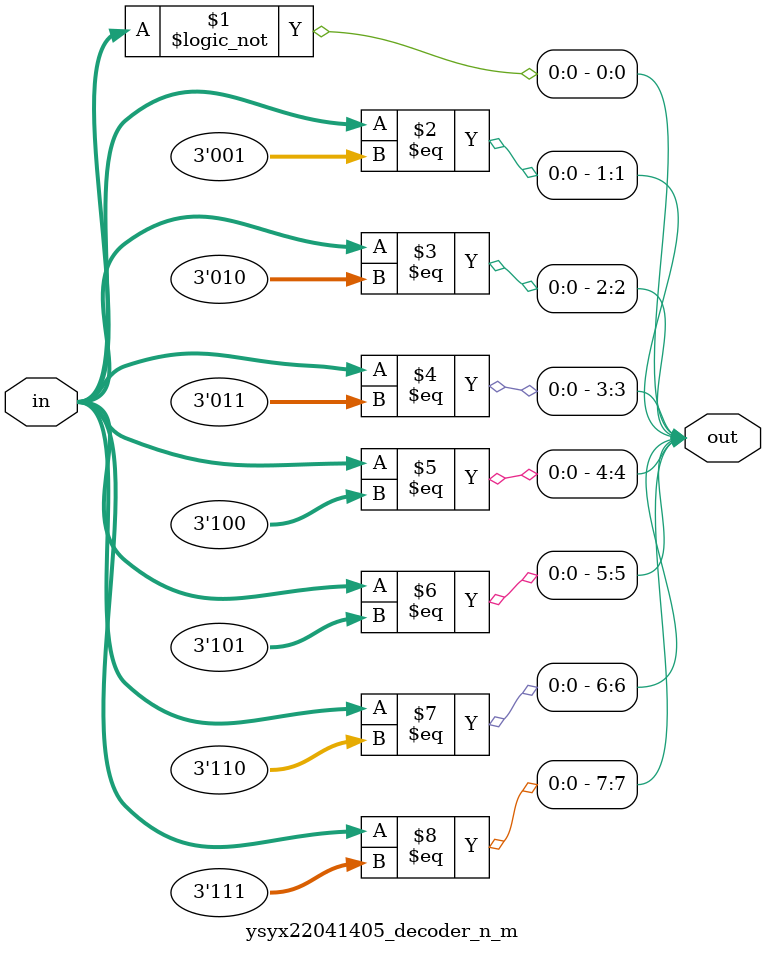
<source format=v>
module ysyx22041405_decoder_n_m#(parameter n = 3, m = 8)(
    input [n - 1: 0] in,
    output[m - 1: 0] out
);
genvar i;
generate for (i=0; i<m; i=i+1) begin : gen_for_dec_n_m
    assign out[i] = (in == i);
end endgenerate
endmodule //ysyx22041405_decoder_n_m

</source>
